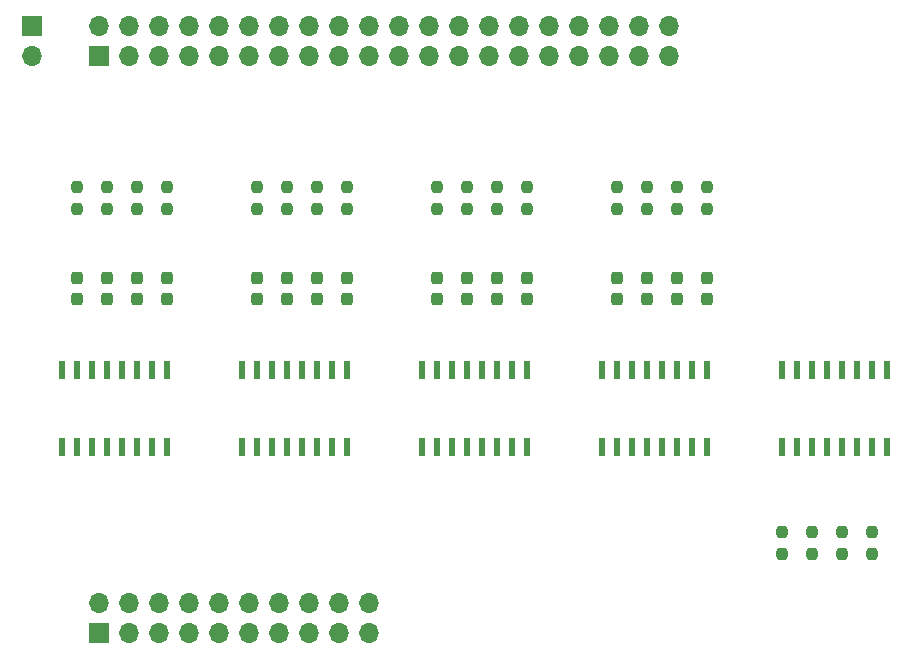
<source format=gts>
G04 #@! TF.GenerationSoftware,KiCad,Pcbnew,9.0.0*
G04 #@! TF.CreationDate,2025-03-06T11:49:08+09:00*
G04 #@! TF.ProjectId,ufb_hat,7566625f-6861-4742-9e6b-696361645f70,rev?*
G04 #@! TF.SameCoordinates,PX2fd7508PY6486dd0*
G04 #@! TF.FileFunction,Soldermask,Top*
G04 #@! TF.FilePolarity,Negative*
%FSLAX46Y46*%
G04 Gerber Fmt 4.6, Leading zero omitted, Abs format (unit mm)*
G04 Created by KiCad (PCBNEW 9.0.0) date 2025-03-06 11:49:08*
%MOMM*%
%LPD*%
G01*
G04 APERTURE LIST*
G04 Aperture macros list*
%AMRoundRect*
0 Rectangle with rounded corners*
0 $1 Rounding radius*
0 $2 $3 $4 $5 $6 $7 $8 $9 X,Y pos of 4 corners*
0 Add a 4 corners polygon primitive as box body*
4,1,4,$2,$3,$4,$5,$6,$7,$8,$9,$2,$3,0*
0 Add four circle primitives for the rounded corners*
1,1,$1+$1,$2,$3*
1,1,$1+$1,$4,$5*
1,1,$1+$1,$6,$7*
1,1,$1+$1,$8,$9*
0 Add four rect primitives between the rounded corners*
20,1,$1+$1,$2,$3,$4,$5,0*
20,1,$1+$1,$4,$5,$6,$7,0*
20,1,$1+$1,$6,$7,$8,$9,0*
20,1,$1+$1,$8,$9,$2,$3,0*%
G04 Aperture macros list end*
%ADD10RoundRect,0.237500X0.237500X-0.287500X0.237500X0.287500X-0.237500X0.287500X-0.237500X-0.287500X0*%
%ADD11R,1.700000X1.700000*%
%ADD12O,1.700000X1.700000*%
%ADD13RoundRect,0.237500X0.237500X-0.250000X0.237500X0.250000X-0.237500X0.250000X-0.237500X-0.250000X0*%
%ADD14RoundRect,0.137500X-0.137500X0.662500X-0.137500X-0.662500X0.137500X-0.662500X0.137500X0.662500X0*%
%ADD15RoundRect,0.137500X0.137500X-0.662500X0.137500X0.662500X-0.137500X0.662500X-0.137500X-0.662500X0*%
G04 APERTURE END LIST*
D10*
G04 #@! TO.C,D2*
X8890000Y30875000D03*
X8890000Y32625000D03*
G04 #@! TD*
D11*
G04 #@! TO.C,J3*
X2540000Y53975000D03*
D12*
X2540000Y51435000D03*
G04 #@! TD*
D13*
G04 #@! TO.C,R10*
X39370000Y38457500D03*
X39370000Y40282500D03*
G04 #@! TD*
D10*
G04 #@! TO.C,D13*
X52070000Y30875000D03*
X52070000Y32625000D03*
G04 #@! TD*
G04 #@! TO.C,D12*
X44450000Y30875000D03*
X44450000Y32625000D03*
G04 #@! TD*
D13*
G04 #@! TO.C,R12*
X44450000Y38457500D03*
X44450000Y40282500D03*
G04 #@! TD*
D10*
G04 #@! TO.C,D5*
X21590000Y30875000D03*
X21590000Y32625000D03*
G04 #@! TD*
D13*
G04 #@! TO.C,R4*
X13970000Y38457500D03*
X13970000Y40282500D03*
G04 #@! TD*
D10*
G04 #@! TO.C,D10*
X39370000Y30875000D03*
X39370000Y32625000D03*
G04 #@! TD*
G04 #@! TO.C,D9*
X36830000Y30875000D03*
X36830000Y32625000D03*
G04 #@! TD*
D13*
G04 #@! TO.C,R5*
X21590000Y38457500D03*
X21590000Y40282500D03*
G04 #@! TD*
G04 #@! TO.C,R9*
X36830000Y38457500D03*
X36830000Y40282500D03*
G04 #@! TD*
D14*
G04 #@! TO.C,U3*
X44450000Y24840000D03*
X43180000Y24840000D03*
X41910000Y24840000D03*
X40640000Y24840000D03*
X39370000Y24840000D03*
X38100000Y24840000D03*
X36830000Y24840000D03*
X35560000Y24840000D03*
X35560000Y18340000D03*
X36830000Y18340000D03*
X38100000Y18340000D03*
X39370000Y18340000D03*
X40640000Y18340000D03*
X41910000Y18340000D03*
X43180000Y18340000D03*
X44450000Y18340000D03*
G04 #@! TD*
G04 #@! TO.C,U2*
X29210000Y24840000D03*
X27940000Y24840000D03*
X26670000Y24840000D03*
X25400000Y24840000D03*
X24130000Y24840000D03*
X22860000Y24840000D03*
X21590000Y24840000D03*
X20320000Y24840000D03*
X20320000Y18340000D03*
X21590000Y18340000D03*
X22860000Y18340000D03*
X24130000Y18340000D03*
X25400000Y18340000D03*
X26670000Y18340000D03*
X27940000Y18340000D03*
X29210000Y18340000D03*
G04 #@! TD*
D13*
G04 #@! TO.C,R7*
X26670000Y38457500D03*
X26670000Y40282500D03*
G04 #@! TD*
D10*
G04 #@! TO.C,D16*
X59690000Y30875000D03*
X59690000Y32625000D03*
G04 #@! TD*
D13*
G04 #@! TO.C,R17*
X66040000Y9247500D03*
X66040000Y11072500D03*
G04 #@! TD*
D10*
G04 #@! TO.C,D4*
X13970000Y30875000D03*
X13970000Y32625000D03*
G04 #@! TD*
D11*
G04 #@! TO.C,J2*
X8255000Y2540000D03*
D12*
X8255000Y5080000D03*
X10795000Y2540000D03*
X10795000Y5080000D03*
X13335000Y2540000D03*
X13335000Y5080000D03*
X15875000Y2540000D03*
X15875000Y5080000D03*
X18415000Y2540000D03*
X18415000Y5080000D03*
X20955000Y2540000D03*
X20955000Y5080000D03*
X23495000Y2540000D03*
X23495000Y5080000D03*
X26035000Y2540000D03*
X26035000Y5080000D03*
X28575000Y2540000D03*
X28575000Y5080000D03*
X31115000Y2540000D03*
X31115000Y5080000D03*
G04 #@! TD*
D13*
G04 #@! TO.C,R13*
X52070000Y38457500D03*
X52070000Y40282500D03*
G04 #@! TD*
G04 #@! TO.C,R3*
X11430000Y38457500D03*
X11430000Y40282500D03*
G04 #@! TD*
G04 #@! TO.C,R18*
X68580000Y9247500D03*
X68580000Y11072500D03*
G04 #@! TD*
D10*
G04 #@! TO.C,D15*
X57150000Y30875000D03*
X57150000Y32625000D03*
G04 #@! TD*
D14*
G04 #@! TO.C,U1*
X13970000Y24840000D03*
X12700000Y24840000D03*
X11430000Y24840000D03*
X10160000Y24840000D03*
X8890000Y24840000D03*
X7620000Y24840000D03*
X6350000Y24840000D03*
X5080000Y24840000D03*
X5080000Y18340000D03*
X6350000Y18340000D03*
X7620000Y18340000D03*
X8890000Y18340000D03*
X10160000Y18340000D03*
X11430000Y18340000D03*
X12700000Y18340000D03*
X13970000Y18340000D03*
G04 #@! TD*
D10*
G04 #@! TO.C,D11*
X41910000Y30875000D03*
X41910000Y32625000D03*
G04 #@! TD*
G04 #@! TO.C,D1*
X6350000Y30875000D03*
X6350000Y32625000D03*
G04 #@! TD*
D13*
G04 #@! TO.C,R16*
X59690000Y38457500D03*
X59690000Y40282500D03*
G04 #@! TD*
D10*
G04 #@! TO.C,D7*
X26670000Y30875000D03*
X26670000Y32625000D03*
G04 #@! TD*
D13*
G04 #@! TO.C,R2*
X8890000Y38457500D03*
X8890000Y40282500D03*
G04 #@! TD*
D10*
G04 #@! TO.C,D6*
X24130000Y30875000D03*
X24130000Y32625000D03*
G04 #@! TD*
D14*
G04 #@! TO.C,U4*
X59690000Y24840000D03*
X58420000Y24840000D03*
X57150000Y24840000D03*
X55880000Y24840000D03*
X54610000Y24840000D03*
X53340000Y24840000D03*
X52070000Y24840000D03*
X50800000Y24840000D03*
X50800000Y18340000D03*
X52070000Y18340000D03*
X53340000Y18340000D03*
X54610000Y18340000D03*
X55880000Y18340000D03*
X57150000Y18340000D03*
X58420000Y18340000D03*
X59690000Y18340000D03*
G04 #@! TD*
D13*
G04 #@! TO.C,R8*
X29210000Y38457500D03*
X29210000Y40282500D03*
G04 #@! TD*
G04 #@! TO.C,R11*
X41910000Y38457500D03*
X41910000Y40282500D03*
G04 #@! TD*
G04 #@! TO.C,R19*
X71120000Y9247500D03*
X71120000Y11072500D03*
G04 #@! TD*
D10*
G04 #@! TO.C,D14*
X54610000Y30875000D03*
X54610000Y32625000D03*
G04 #@! TD*
D13*
G04 #@! TO.C,R15*
X57150000Y38457500D03*
X57150000Y40282500D03*
G04 #@! TD*
D15*
G04 #@! TO.C,U5*
X66040000Y18340000D03*
X67310000Y18340000D03*
X68580000Y18340000D03*
X69850000Y18340000D03*
X71120000Y18340000D03*
X72390000Y18340000D03*
X73660000Y18340000D03*
X74930000Y18340000D03*
X74930000Y24840000D03*
X73660000Y24840000D03*
X72390000Y24840000D03*
X71120000Y24840000D03*
X69850000Y24840000D03*
X68580000Y24840000D03*
X67310000Y24840000D03*
X66040000Y24840000D03*
G04 #@! TD*
D10*
G04 #@! TO.C,D3*
X11430000Y30875000D03*
X11430000Y32625000D03*
G04 #@! TD*
D13*
G04 #@! TO.C,R20*
X73660000Y9247500D03*
X73660000Y11072500D03*
G04 #@! TD*
G04 #@! TO.C,R1*
X6350000Y38457500D03*
X6350000Y40282500D03*
G04 #@! TD*
G04 #@! TO.C,R14*
X54610000Y38457500D03*
X54610000Y40282500D03*
G04 #@! TD*
D10*
G04 #@! TO.C,D8*
X29210000Y30875000D03*
X29210000Y32625000D03*
G04 #@! TD*
D13*
G04 #@! TO.C,R6*
X24130000Y38457500D03*
X24130000Y40282500D03*
G04 #@! TD*
D11*
G04 #@! TO.C,J1*
X8255000Y51435000D03*
D12*
X8255000Y53975000D03*
X10795000Y51435000D03*
X10795000Y53975000D03*
X13335000Y51435000D03*
X13335000Y53975000D03*
X15875000Y51435000D03*
X15875000Y53975000D03*
X18415000Y51435000D03*
X18415000Y53975000D03*
X20955000Y51435000D03*
X20955000Y53975000D03*
X23495000Y51435000D03*
X23495000Y53975000D03*
X26035000Y51435000D03*
X26035000Y53975000D03*
X28575000Y51435000D03*
X28575000Y53975000D03*
X31115000Y51435000D03*
X31115000Y53975000D03*
X33655000Y51435000D03*
X33655000Y53975000D03*
X36195000Y51435000D03*
X36195000Y53975000D03*
X38735000Y51435000D03*
X38735000Y53975000D03*
X41275000Y51435000D03*
X41275000Y53975000D03*
X43815000Y51435000D03*
X43815000Y53975000D03*
X46355000Y51435000D03*
X46355000Y53975000D03*
X48895000Y51435000D03*
X48895000Y53975000D03*
X51435000Y51435000D03*
X51435000Y53975000D03*
X53975000Y51435000D03*
X53975000Y53975000D03*
X56515000Y51435000D03*
X56515000Y53975000D03*
G04 #@! TD*
M02*

</source>
